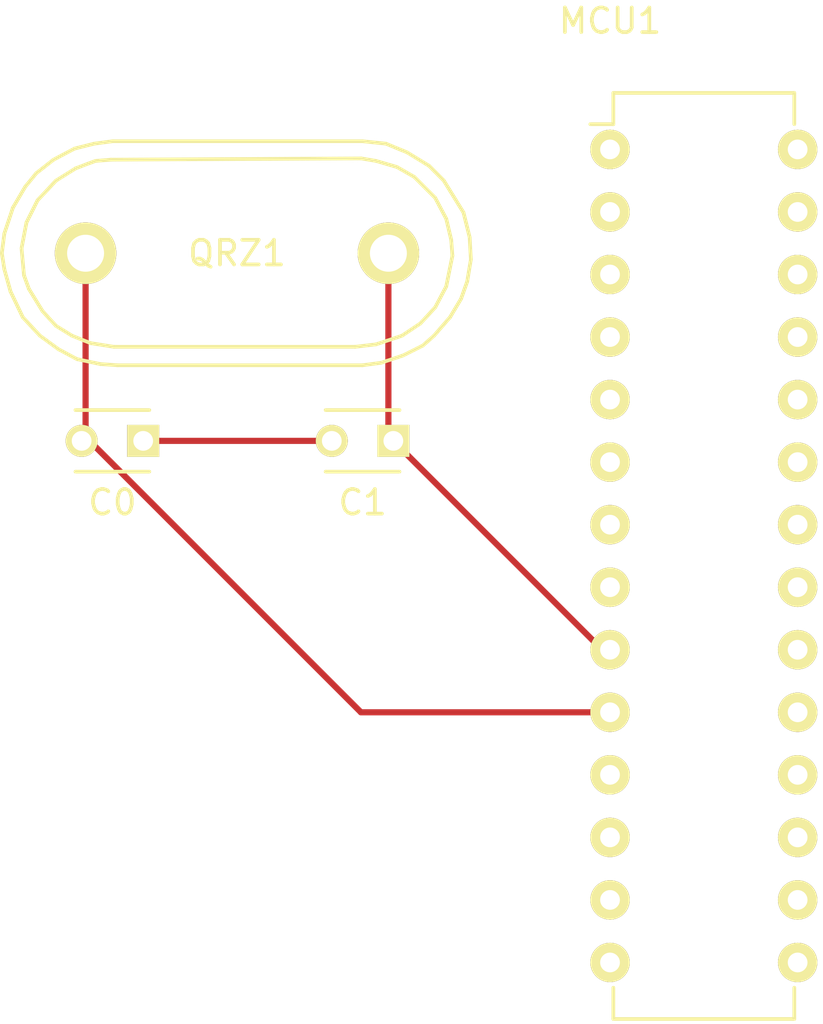
<source format=kicad_pcb>
(kicad_pcb (version 4) (host pcbnew 4.0.2-4+6225~38~ubuntu14.04.1-stable)

  (general
    (links 5)
    (no_connects 0)
    (area 123.524599 98.6586 157.376101 140.728601)
    (thickness 1.6)
    (drawings 0)
    (tracks 7)
    (zones 0)
    (modules 4)
    (nets 30)
  )

  (page A4)
  (layers
    (0 F.Cu signal)
    (31 B.Cu signal)
    (32 B.Adhes user)
    (33 F.Adhes user)
    (34 B.Paste user)
    (35 F.Paste user)
    (36 B.SilkS user)
    (37 F.SilkS user)
    (38 B.Mask user)
    (39 F.Mask user)
    (40 Dwgs.User user)
    (41 Cmts.User user)
    (42 Eco1.User user)
    (43 Eco2.User user)
    (44 Edge.Cuts user)
    (45 Margin user)
    (46 B.CrtYd user)
    (47 F.CrtYd user)
    (48 B.Fab user)
    (49 F.Fab user)
  )

  (setup
    (last_trace_width 0.25)
    (trace_clearance 0.2)
    (zone_clearance 0.508)
    (zone_45_only no)
    (trace_min 0.2)
    (segment_width 0.2)
    (edge_width 0.15)
    (via_size 0.6)
    (via_drill 0.4)
    (via_min_size 0.4)
    (via_min_drill 0.3)
    (uvia_size 0.3)
    (uvia_drill 0.1)
    (uvias_allowed no)
    (uvia_min_size 0.2)
    (uvia_min_drill 0.1)
    (pcb_text_width 0.3)
    (pcb_text_size 1.5 1.5)
    (mod_edge_width 0.15)
    (mod_text_size 1 1)
    (mod_text_width 0.15)
    (pad_size 1.524 1.524)
    (pad_drill 0.762)
    (pad_to_mask_clearance 0.2)
    (aux_axis_origin 0 0)
    (visible_elements FFFFFF7F)
    (pcbplotparams
      (layerselection 0x00030_80000001)
      (usegerberextensions false)
      (excludeedgelayer true)
      (linewidth 0.100000)
      (plotframeref false)
      (viasonmask false)
      (mode 1)
      (useauxorigin false)
      (hpglpennumber 1)
      (hpglpenspeed 20)
      (hpglpendiameter 15)
      (hpglpenoverlay 2)
      (psnegative false)
      (psa4output false)
      (plotreference true)
      (plotvalue true)
      (plotinvisibletext false)
      (padsonsilk false)
      (subtractmaskfromsilk false)
      (outputformat 1)
      (mirror false)
      (drillshape 1)
      (scaleselection 1)
      (outputdirectory ""))
  )

  (net 0 "")
  (net 1 GND)
  (net 2 "Net-(C0-Pad2)")
  (net 3 "Net-(C1-Pad1)")
  (net 4 "Net-(MCU1-Pad1)")
  (net 5 "Net-(MCU1-Pad2)")
  (net 6 "Net-(MCU1-Pad3)")
  (net 7 "Net-(MCU1-Pad4)")
  (net 8 "Net-(MCU1-Pad5)")
  (net 9 "Net-(MCU1-Pad6)")
  (net 10 "Net-(MCU1-Pad7)")
  (net 11 "Net-(MCU1-Pad8)")
  (net 12 "Net-(MCU1-Pad11)")
  (net 13 "Net-(MCU1-Pad12)")
  (net 14 "Net-(MCU1-Pad13)")
  (net 15 "Net-(MCU1-Pad14)")
  (net 16 "Net-(MCU1-Pad15)")
  (net 17 "Net-(MCU1-Pad16)")
  (net 18 "Net-(MCU1-Pad17)")
  (net 19 "Net-(MCU1-Pad18)")
  (net 20 "Net-(MCU1-Pad19)")
  (net 21 "Net-(MCU1-Pad20)")
  (net 22 "Net-(MCU1-Pad21)")
  (net 23 "Net-(MCU1-Pad22)")
  (net 24 "Net-(MCU1-Pad23)")
  (net 25 "Net-(MCU1-Pad24)")
  (net 26 "Net-(MCU1-Pad25)")
  (net 27 "Net-(MCU1-Pad26)")
  (net 28 "Net-(MCU1-Pad27)")
  (net 29 "Net-(MCU1-Pad28)")

  (net_class Default "This is the default net class."
    (clearance 0.2)
    (trace_width 0.25)
    (via_dia 0.6)
    (via_drill 0.4)
    (uvia_dia 0.3)
    (uvia_drill 0.1)
    (add_net GND)
    (add_net "Net-(C0-Pad2)")
    (add_net "Net-(C1-Pad1)")
    (add_net "Net-(MCU1-Pad1)")
    (add_net "Net-(MCU1-Pad11)")
    (add_net "Net-(MCU1-Pad12)")
    (add_net "Net-(MCU1-Pad13)")
    (add_net "Net-(MCU1-Pad14)")
    (add_net "Net-(MCU1-Pad15)")
    (add_net "Net-(MCU1-Pad16)")
    (add_net "Net-(MCU1-Pad17)")
    (add_net "Net-(MCU1-Pad18)")
    (add_net "Net-(MCU1-Pad19)")
    (add_net "Net-(MCU1-Pad2)")
    (add_net "Net-(MCU1-Pad20)")
    (add_net "Net-(MCU1-Pad21)")
    (add_net "Net-(MCU1-Pad22)")
    (add_net "Net-(MCU1-Pad23)")
    (add_net "Net-(MCU1-Pad24)")
    (add_net "Net-(MCU1-Pad25)")
    (add_net "Net-(MCU1-Pad26)")
    (add_net "Net-(MCU1-Pad27)")
    (add_net "Net-(MCU1-Pad28)")
    (add_net "Net-(MCU1-Pad3)")
    (add_net "Net-(MCU1-Pad4)")
    (add_net "Net-(MCU1-Pad5)")
    (add_net "Net-(MCU1-Pad6)")
    (add_net "Net-(MCU1-Pad7)")
    (add_net "Net-(MCU1-Pad8)")
  )

  (module Capacitors_ThroughHole:C_Disc_D3_P2.5 (layer F.Cu) (tedit 0) (tstamp 56C61039)
    (at 129.54 116.84 180)
    (descr "Capacitor 3mm Disc, Pitch 2.5mm")
    (tags Capacitor)
    (path /56C4C801)
    (fp_text reference C0 (at 1.25 -2.5 180) (layer F.SilkS)
      (effects (font (size 1 1) (thickness 0.15)))
    )
    (fp_text value C_Small (at 1.25 2.5 180) (layer F.Fab)
      (effects (font (size 1 1) (thickness 0.15)))
    )
    (fp_line (start -0.9 -1.5) (end 3.4 -1.5) (layer F.CrtYd) (width 0.05))
    (fp_line (start 3.4 -1.5) (end 3.4 1.5) (layer F.CrtYd) (width 0.05))
    (fp_line (start 3.4 1.5) (end -0.9 1.5) (layer F.CrtYd) (width 0.05))
    (fp_line (start -0.9 1.5) (end -0.9 -1.5) (layer F.CrtYd) (width 0.05))
    (fp_line (start -0.25 -1.25) (end 2.75 -1.25) (layer F.SilkS) (width 0.15))
    (fp_line (start 2.75 1.25) (end -0.25 1.25) (layer F.SilkS) (width 0.15))
    (pad 1 thru_hole rect (at 0 0 180) (size 1.3 1.3) (drill 0.8) (layers *.Cu *.Mask F.SilkS)
      (net 1 GND))
    (pad 2 thru_hole circle (at 2.5 0 180) (size 1.3 1.3) (drill 0.8001) (layers *.Cu *.Mask F.SilkS)
      (net 2 "Net-(C0-Pad2)"))
    (model Capacitors_ThroughHole.3dshapes/C_Disc_D3_P2.5.wrl
      (at (xyz 0.0492126 0 0))
      (scale (xyz 1 1 1))
      (rotate (xyz 0 0 0))
    )
  )

  (module Capacitors_ThroughHole:C_Disc_D3_P2.5 (layer F.Cu) (tedit 0) (tstamp 56C61045)
    (at 139.7 116.84 180)
    (descr "Capacitor 3mm Disc, Pitch 2.5mm")
    (tags Capacitor)
    (path /56C4C766)
    (fp_text reference C1 (at 1.25 -2.5 180) (layer F.SilkS)
      (effects (font (size 1 1) (thickness 0.15)))
    )
    (fp_text value C_Small (at 1.25 2.5 180) (layer F.Fab)
      (effects (font (size 1 1) (thickness 0.15)))
    )
    (fp_line (start -0.9 -1.5) (end 3.4 -1.5) (layer F.CrtYd) (width 0.05))
    (fp_line (start 3.4 -1.5) (end 3.4 1.5) (layer F.CrtYd) (width 0.05))
    (fp_line (start 3.4 1.5) (end -0.9 1.5) (layer F.CrtYd) (width 0.05))
    (fp_line (start -0.9 1.5) (end -0.9 -1.5) (layer F.CrtYd) (width 0.05))
    (fp_line (start -0.25 -1.25) (end 2.75 -1.25) (layer F.SilkS) (width 0.15))
    (fp_line (start 2.75 1.25) (end -0.25 1.25) (layer F.SilkS) (width 0.15))
    (pad 1 thru_hole rect (at 0 0 180) (size 1.3 1.3) (drill 0.8) (layers *.Cu *.Mask F.SilkS)
      (net 3 "Net-(C1-Pad1)"))
    (pad 2 thru_hole circle (at 2.5 0 180) (size 1.3 1.3) (drill 0.8001) (layers *.Cu *.Mask F.SilkS)
      (net 1 GND))
    (model Capacitors_ThroughHole.3dshapes/C_Disc_D3_P2.5.wrl
      (at (xyz 0.0492126 0 0))
      (scale (xyz 1 1 1))
      (rotate (xyz 0 0 0))
    )
  )

  (module Housings_DIP:DIP-28_W7.62mm (layer F.Cu) (tedit 54130A77) (tstamp 56C61070)
    (at 148.5011 105.0036)
    (descr "28-lead dip package, row spacing 7.62 mm (300 mils)")
    (tags "dil dip 2.54 300")
    (path /56C4C1EE)
    (fp_text reference MCU1 (at 0 -5.22) (layer F.SilkS)
      (effects (font (size 1 1) (thickness 0.15)))
    )
    (fp_text value ATMEGA328-P (at 0 -3.72) (layer F.Fab)
      (effects (font (size 1 1) (thickness 0.15)))
    )
    (fp_line (start -1.05 -2.45) (end -1.05 35.5) (layer F.CrtYd) (width 0.05))
    (fp_line (start 8.65 -2.45) (end 8.65 35.5) (layer F.CrtYd) (width 0.05))
    (fp_line (start -1.05 -2.45) (end 8.65 -2.45) (layer F.CrtYd) (width 0.05))
    (fp_line (start -1.05 35.5) (end 8.65 35.5) (layer F.CrtYd) (width 0.05))
    (fp_line (start 0.135 -2.295) (end 0.135 -1.025) (layer F.SilkS) (width 0.15))
    (fp_line (start 7.485 -2.295) (end 7.485 -1.025) (layer F.SilkS) (width 0.15))
    (fp_line (start 7.485 35.315) (end 7.485 34.045) (layer F.SilkS) (width 0.15))
    (fp_line (start 0.135 35.315) (end 0.135 34.045) (layer F.SilkS) (width 0.15))
    (fp_line (start 0.135 -2.295) (end 7.485 -2.295) (layer F.SilkS) (width 0.15))
    (fp_line (start 0.135 35.315) (end 7.485 35.315) (layer F.SilkS) (width 0.15))
    (fp_line (start 0.135 -1.025) (end -0.8 -1.025) (layer F.SilkS) (width 0.15))
    (pad 1 thru_hole oval (at 0 0) (size 1.6 1.6) (drill 0.8) (layers *.Cu *.Mask F.SilkS)
      (net 4 "Net-(MCU1-Pad1)"))
    (pad 2 thru_hole oval (at 0 2.54) (size 1.6 1.6) (drill 0.8) (layers *.Cu *.Mask F.SilkS)
      (net 5 "Net-(MCU1-Pad2)"))
    (pad 3 thru_hole oval (at 0 5.08) (size 1.6 1.6) (drill 0.8) (layers *.Cu *.Mask F.SilkS)
      (net 6 "Net-(MCU1-Pad3)"))
    (pad 4 thru_hole oval (at 0 7.62) (size 1.6 1.6) (drill 0.8) (layers *.Cu *.Mask F.SilkS)
      (net 7 "Net-(MCU1-Pad4)"))
    (pad 5 thru_hole oval (at 0 10.16) (size 1.6 1.6) (drill 0.8) (layers *.Cu *.Mask F.SilkS)
      (net 8 "Net-(MCU1-Pad5)"))
    (pad 6 thru_hole oval (at 0 12.7) (size 1.6 1.6) (drill 0.8) (layers *.Cu *.Mask F.SilkS)
      (net 9 "Net-(MCU1-Pad6)"))
    (pad 7 thru_hole oval (at 0 15.24) (size 1.6 1.6) (drill 0.8) (layers *.Cu *.Mask F.SilkS)
      (net 10 "Net-(MCU1-Pad7)"))
    (pad 8 thru_hole oval (at 0 17.78) (size 1.6 1.6) (drill 0.8) (layers *.Cu *.Mask F.SilkS)
      (net 11 "Net-(MCU1-Pad8)"))
    (pad 9 thru_hole oval (at 0 20.32) (size 1.6 1.6) (drill 0.8) (layers *.Cu *.Mask F.SilkS)
      (net 3 "Net-(C1-Pad1)"))
    (pad 10 thru_hole oval (at 0 22.86) (size 1.6 1.6) (drill 0.8) (layers *.Cu *.Mask F.SilkS)
      (net 2 "Net-(C0-Pad2)"))
    (pad 11 thru_hole oval (at 0 25.4) (size 1.6 1.6) (drill 0.8) (layers *.Cu *.Mask F.SilkS)
      (net 12 "Net-(MCU1-Pad11)"))
    (pad 12 thru_hole oval (at 0 27.94) (size 1.6 1.6) (drill 0.8) (layers *.Cu *.Mask F.SilkS)
      (net 13 "Net-(MCU1-Pad12)"))
    (pad 13 thru_hole oval (at 0 30.48) (size 1.6 1.6) (drill 0.8) (layers *.Cu *.Mask F.SilkS)
      (net 14 "Net-(MCU1-Pad13)"))
    (pad 14 thru_hole oval (at 0 33.02) (size 1.6 1.6) (drill 0.8) (layers *.Cu *.Mask F.SilkS)
      (net 15 "Net-(MCU1-Pad14)"))
    (pad 15 thru_hole oval (at 7.62 33.02) (size 1.6 1.6) (drill 0.8) (layers *.Cu *.Mask F.SilkS)
      (net 16 "Net-(MCU1-Pad15)"))
    (pad 16 thru_hole oval (at 7.62 30.48) (size 1.6 1.6) (drill 0.8) (layers *.Cu *.Mask F.SilkS)
      (net 17 "Net-(MCU1-Pad16)"))
    (pad 17 thru_hole oval (at 7.62 27.94) (size 1.6 1.6) (drill 0.8) (layers *.Cu *.Mask F.SilkS)
      (net 18 "Net-(MCU1-Pad17)"))
    (pad 18 thru_hole oval (at 7.62 25.4) (size 1.6 1.6) (drill 0.8) (layers *.Cu *.Mask F.SilkS)
      (net 19 "Net-(MCU1-Pad18)"))
    (pad 19 thru_hole oval (at 7.62 22.86) (size 1.6 1.6) (drill 0.8) (layers *.Cu *.Mask F.SilkS)
      (net 20 "Net-(MCU1-Pad19)"))
    (pad 20 thru_hole oval (at 7.62 20.32) (size 1.6 1.6) (drill 0.8) (layers *.Cu *.Mask F.SilkS)
      (net 21 "Net-(MCU1-Pad20)"))
    (pad 21 thru_hole oval (at 7.62 17.78) (size 1.6 1.6) (drill 0.8) (layers *.Cu *.Mask F.SilkS)
      (net 22 "Net-(MCU1-Pad21)"))
    (pad 22 thru_hole oval (at 7.62 15.24) (size 1.6 1.6) (drill 0.8) (layers *.Cu *.Mask F.SilkS)
      (net 23 "Net-(MCU1-Pad22)"))
    (pad 23 thru_hole oval (at 7.62 12.7) (size 1.6 1.6) (drill 0.8) (layers *.Cu *.Mask F.SilkS)
      (net 24 "Net-(MCU1-Pad23)"))
    (pad 24 thru_hole oval (at 7.62 10.16) (size 1.6 1.6) (drill 0.8) (layers *.Cu *.Mask F.SilkS)
      (net 25 "Net-(MCU1-Pad24)"))
    (pad 25 thru_hole oval (at 7.62 7.62) (size 1.6 1.6) (drill 0.8) (layers *.Cu *.Mask F.SilkS)
      (net 26 "Net-(MCU1-Pad25)"))
    (pad 26 thru_hole oval (at 7.62 5.08) (size 1.6 1.6) (drill 0.8) (layers *.Cu *.Mask F.SilkS)
      (net 27 "Net-(MCU1-Pad26)"))
    (pad 27 thru_hole oval (at 7.62 2.54) (size 1.6 1.6) (drill 0.8) (layers *.Cu *.Mask F.SilkS)
      (net 28 "Net-(MCU1-Pad27)"))
    (pad 28 thru_hole oval (at 7.62 0) (size 1.6 1.6) (drill 0.8) (layers *.Cu *.Mask F.SilkS)
      (net 29 "Net-(MCU1-Pad28)"))
    (model Housings_DIP.3dshapes/DIP-28_W7.62mm.wrl
      (at (xyz 0 0 0))
      (scale (xyz 1 1 1))
      (rotate (xyz 0 0 0))
    )
  )

  (module Crystals:Crystal_HC48-U_Vertical (layer F.Cu) (tedit 0) (tstamp 56C610B3)
    (at 133.35 109.22)
    (descr "Crystal, Quarz, HC48/U, vertical, stehend,")
    (tags "Crystal, Quarz, HC48/U, vertical, stehend,")
    (path /56C4C3FD)
    (fp_text reference QRZ1 (at 0 0) (layer F.SilkS)
      (effects (font (size 1 1) (thickness 0.15)))
    )
    (fp_text value Crystal (at 0 6.35) (layer F.Fab)
      (effects (font (size 1 1) (thickness 0.15)))
    )
    (fp_line (start -5.15112 -3.79984) (end 5.04952 -3.85064) (layer F.SilkS) (width 0.15))
    (fp_line (start 5.04952 -3.85064) (end 5.64896 -3.74904) (layer F.SilkS) (width 0.15))
    (fp_line (start 5.64896 -3.74904) (end 6.49986 -3.50012) (layer F.SilkS) (width 0.15))
    (fp_line (start 6.49986 -3.50012) (end 7.2009 -3.0988) (layer F.SilkS) (width 0.15))
    (fp_line (start 7.2009 -3.0988) (end 8.04926 -2.25044) (layer F.SilkS) (width 0.15))
    (fp_line (start 8.04926 -2.25044) (end 8.49884 -1.39954) (layer F.SilkS) (width 0.15))
    (fp_line (start 8.49884 -1.39954) (end 8.6995 -0.55118) (layer F.SilkS) (width 0.15))
    (fp_line (start 8.6995 -0.55118) (end 8.7503 0.09906) (layer F.SilkS) (width 0.15))
    (fp_line (start 8.7503 0.09906) (end 8.49884 1.34874) (layer F.SilkS) (width 0.15))
    (fp_line (start 8.49884 1.34874) (end 8.04926 2.19964) (layer F.SilkS) (width 0.15))
    (fp_line (start 8.04926 2.19964) (end 7.44982 2.84988) (layer F.SilkS) (width 0.15))
    (fp_line (start 7.44982 2.84988) (end 6.70052 3.35026) (layer F.SilkS) (width 0.15))
    (fp_line (start 6.70052 3.35026) (end 5.64896 3.70078) (layer F.SilkS) (width 0.15))
    (fp_line (start 5.64896 3.70078) (end 4.8006 3.79984) (layer F.SilkS) (width 0.15))
    (fp_line (start 4.8006 3.79984) (end -5.00126 3.79984) (layer F.SilkS) (width 0.15))
    (fp_line (start -5.00126 3.79984) (end -5.95122 3.64998) (layer F.SilkS) (width 0.15))
    (fp_line (start -5.95122 3.64998) (end -6.70052 3.35026) (layer F.SilkS) (width 0.15))
    (fp_line (start -6.70052 3.35026) (end -7.35076 2.94894) (layer F.SilkS) (width 0.15))
    (fp_line (start -7.35076 2.94894) (end -7.8994 2.3495) (layer F.SilkS) (width 0.15))
    (fp_line (start -7.8994 2.3495) (end -8.45058 1.45034) (layer F.SilkS) (width 0.15))
    (fp_line (start -8.45058 1.45034) (end -8.65124 0.89916) (layer F.SilkS) (width 0.15))
    (fp_line (start -8.65124 0.89916) (end -8.7503 -0.20066) (layer F.SilkS) (width 0.15))
    (fp_line (start -8.7503 -0.20066) (end -8.54964 -1.24968) (layer F.SilkS) (width 0.15))
    (fp_line (start -8.54964 -1.24968) (end -8.10006 -2.14884) (layer F.SilkS) (width 0.15))
    (fp_line (start -8.10006 -2.14884) (end -7.35076 -2.94894) (layer F.SilkS) (width 0.15))
    (fp_line (start -7.35076 -2.94894) (end -6.55066 -3.44932) (layer F.SilkS) (width 0.15))
    (fp_line (start -6.55066 -3.44932) (end -5.75056 -3.74904) (layer F.SilkS) (width 0.15))
    (fp_line (start -5.75056 -3.74904) (end -5.10032 -3.79984) (layer F.SilkS) (width 0.15))
    (fp_line (start 5.10032 4.54914) (end -4.84886 4.54914) (layer F.SilkS) (width 0.15))
    (fp_line (start -4.84886 4.54914) (end -5.5499 4.50088) (layer F.SilkS) (width 0.15))
    (fp_line (start -5.5499 4.50088) (end -6.49986 4.30022) (layer F.SilkS) (width 0.15))
    (fp_line (start -6.49986 4.30022) (end -7.24916 3.8989) (layer F.SilkS) (width 0.15))
    (fp_line (start -7.24916 3.8989) (end -8.001 3.35026) (layer F.SilkS) (width 0.15))
    (fp_line (start -8.001 3.35026) (end -8.6995 2.60096) (layer F.SilkS) (width 0.15))
    (fp_line (start -8.6995 2.60096) (end -9.19988 1.5494) (layer F.SilkS) (width 0.15))
    (fp_line (start -9.19988 1.5494) (end -9.4488 0.65024) (layer F.SilkS) (width 0.15))
    (fp_line (start -9.4488 0.65024) (end -9.5504 0) (layer F.SilkS) (width 0.15))
    (fp_line (start -9.5504 0) (end -9.4488 -0.8001) (layer F.SilkS) (width 0.15))
    (fp_line (start -9.4488 -0.8001) (end -9.10082 -1.84912) (layer F.SilkS) (width 0.15))
    (fp_line (start -9.10082 -1.84912) (end -8.60044 -2.70002) (layer F.SilkS) (width 0.15))
    (fp_line (start -8.60044 -2.70002) (end -8.15086 -3.2512) (layer F.SilkS) (width 0.15))
    (fp_line (start -8.15086 -3.2512) (end -7.44982 -3.79984) (layer F.SilkS) (width 0.15))
    (fp_line (start -7.44982 -3.79984) (end -6.59892 -4.24942) (layer F.SilkS) (width 0.15))
    (fp_line (start -6.59892 -4.24942) (end -5.79882 -4.45008) (layer F.SilkS) (width 0.15))
    (fp_line (start -5.79882 -4.45008) (end -5.04952 -4.54914) (layer F.SilkS) (width 0.15))
    (fp_line (start -5.04952 -4.54914) (end 5.10032 -4.54914) (layer F.SilkS) (width 0.15))
    (fp_line (start 5.10032 -4.54914) (end 6.05028 -4.45008) (layer F.SilkS) (width 0.15))
    (fp_line (start 6.05028 -4.45008) (end 6.90118 -4.09956) (layer F.SilkS) (width 0.15))
    (fp_line (start 6.90118 -4.09956) (end 7.80034 -3.55092) (layer F.SilkS) (width 0.15))
    (fp_line (start 7.80034 -3.55092) (end 8.39978 -2.94894) (layer F.SilkS) (width 0.15))
    (fp_line (start 8.39978 -2.94894) (end 9.19988 -1.651) (layer F.SilkS) (width 0.15))
    (fp_line (start 9.19988 -1.651) (end 9.4488 -0.65024) (layer F.SilkS) (width 0.15))
    (fp_line (start 9.4488 -0.65024) (end 9.4996 0.24892) (layer F.SilkS) (width 0.15))
    (fp_line (start 9.4996 0.24892) (end 9.34974 1.15062) (layer F.SilkS) (width 0.15))
    (fp_line (start 9.34974 1.15062) (end 9.10082 1.84912) (layer F.SilkS) (width 0.15))
    (fp_line (start 9.10082 1.84912) (end 8.65124 2.60096) (layer F.SilkS) (width 0.15))
    (fp_line (start 8.65124 2.60096) (end 8.001 3.35026) (layer F.SilkS) (width 0.15))
    (fp_line (start 8.001 3.35026) (end 7.54888 3.74904) (layer F.SilkS) (width 0.15))
    (fp_line (start 7.54888 3.74904) (end 6.74878 4.15036) (layer F.SilkS) (width 0.15))
    (fp_line (start 6.74878 4.15036) (end 5.84962 4.45008) (layer F.SilkS) (width 0.15))
    (fp_line (start 5.84962 4.45008) (end 5.10032 4.54914) (layer F.SilkS) (width 0.15))
    (pad 1 thru_hole circle (at -6.14934 0) (size 2.49936 2.49936) (drill 1.50114) (layers *.Cu *.Mask F.SilkS)
      (net 2 "Net-(C0-Pad2)"))
    (pad 2 thru_hole circle (at 6.14934 0) (size 2.49936 2.49936) (drill 1.50114) (layers *.Cu *.Mask F.SilkS)
      (net 3 "Net-(C1-Pad1)"))
  )

  (segment (start 129.54 116.84) (end 137.2 116.84) (width 0.25) (layer F.Cu) (net 1) (status C00000))
  (segment (start 127.20066 109.22) (end 127.20066 116.67934) (width 0.25) (layer F.Cu) (net 2) (status C00000))
  (segment (start 127.20066 116.67934) (end 138.38492 127.8636) (width 0.25) (layer F.Cu) (net 2) (tstamp 56C6110F) (status 400000))
  (segment (start 138.38492 127.8636) (end 148.5011 127.8636) (width 0.25) (layer F.Cu) (net 2) (tstamp 56C61110) (status 800000))
  (segment (start 139.49934 109.22) (end 139.49934 116.63934) (width 0.25) (layer F.Cu) (net 3) (status C00000))
  (segment (start 139.49934 116.63934) (end 148.1836 125.3236) (width 0.25) (layer F.Cu) (net 3) (tstamp 56C61116) (status C00000))
  (segment (start 148.1836 125.3236) (end 148.5011 125.3236) (width 0.25) (layer F.Cu) (net 3) (tstamp 56C61117) (status C00000))

)

</source>
